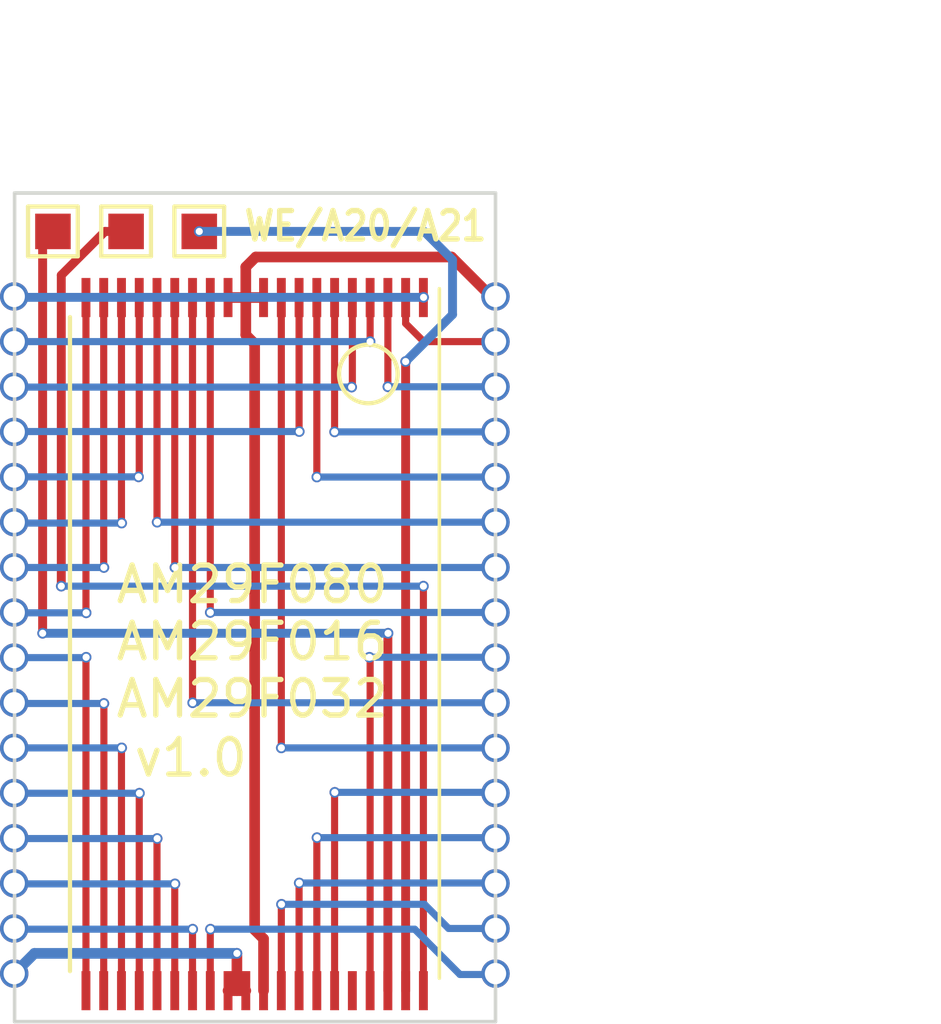
<source format=kicad_pcb>
(kicad_pcb (version 20211014) (generator pcbnew)
  (layers (0 "F.Cu" signal) (31 "B.Cu" signal) (34 "B.Paste" user) (35 "F.Paste" user) (36 "B.SilkS" user "B.Silkscreen") (37 "F.SilkS" user "F.Silkscreen") (38 "B.Mask" user) (39 "F.Mask" user) (44 "Edge.Cuts" user))
  (net 0 "")
  (net 1 "VCC")
  (net 2 "A18")
  (net 3 "A17")
  (net 4 "A14")
  (net 5 "A13")
  (net 6 "A8")
  (net 7 "A9")
  (net 8 "A11")
  (net 9 "/OE")
  (net 10 "A10")
  (net 11 "CE")
  (net 12 "D7")
  (net 13 "D6")
  (net 14 "D5")
  (net 15 "D4")
  (net 16 "D3")
  (net 17 "GND")
  (net 18 "D2")
  (net 19 "D1")
  (net 20 "D0")
  (net 21 "A0")
  (net 22 "A1")
  (net 23 "A2")
  (net 24 "A3")
  (net 25 "A4")
  (net 26 "A5")
  (net 27 "A6")
  (net 28 "A7")
  (net 29 "A12")
  (net 30 "A15")
  (net 31 "A16")
  (net 32 "A19")
  (net 33 "WE")
  (net 34 "A20")
  (net 35 "A21")
  (net 36 "RY")
  (footprint "Package_SO:TSOP-I-40_18.4x10mm_P0.5mm" (layer "F.Cu") (at 112.62 59.08 -90)
    (fp_text reference "REF**" hide)
    (fp_text value "TSOP-I-40_18.4x10mm_P0.5mm" hide)
    (fp_line (start -9.2 5.2) (end 9.2 5.2) (layer "F.SilkS") (width 0.12))
    (fp_line (start 9.4 -5.2) (end -10 -5.2) (layer "F.SilkS") (width 0.1))
    (fp_circle (center -7.6 -3.2) (end -6.8 -3) (layer "F.SilkS") (width 0.12) (fill none))
    (pad "1" smd rect (at -9.75 -4.75 270) (size 1.1 0.25) (layers "F.Cu" "F.Paste" "F.Mask") (net 32 "A19"))
    (pad "2" smd rect (at -9.75 -4.25 270) (size 1.1 0.25) (layers "F.Cu" "F.Paste" "F.Mask") (net 2 "A18"))
    (pad "3" smd rect (at -9.75 -3.75 270) (size 1.1 0.25) (layers "F.Cu" "F.Paste" "F.Mask") (net 3 "A17"))
    (pad "4" smd rect (at -9.75 -3.25 270) (size 1.1 0.25) (layers "F.Cu" "F.Paste" "F.Mask") (net 31 "A16"))
    (pad "5" smd rect (at -9.75 -2.75 270) (size 1.1 0.25) (layers "F.Cu" "F.Paste" "F.Mask") (net 30 "A15"))
    (pad "6" smd rect (at -9.75 -2.25 270) (size 1.1 0.25) (layers "F.Cu" "F.Paste" "F.Mask") (net 4 "A14"))
    (pad "7" smd rect (at -9.75 -1.75 270) (size 1.1 0.25) (layers "F.Cu" "F.Paste" "F.Mask") (net 5 "A13"))
    (pad "8" smd rect (at -9.75 -1.25 270) (size 1.1 0.25) (layers "F.Cu" "F.Paste" "F.Mask") (net 29 "A12"))
    (pad "9" smd rect (at -9.75 -0.75 270) (size 1.1 0.25) (layers "F.Cu" "F.Paste" "F.Mask") (net 11 "CE"))
    (pad "10" smd rect (at -9.75 -0.25 270) (size 1.1 0.25) (layers "F.Cu" "F.Paste" "F.Mask") (net 1 "VCC"))
    (pad "11" smd rect (at -9.75 0.25 270) (size 1.1 0.25) (layers "F.Cu" "F.Paste" "F.Mask") (net 1 "VCC"))
    (pad "12" smd rect (at -9.75 0.75 270) (size 1.1 0.25) (layers "F.Cu" "F.Paste" "F.Mask") (net 1 "VCC"))
    (pad "13" smd rect (at -9.75 1.25 270) (size 1.1 0.25) (layers "F.Cu" "F.Paste" "F.Mask") (net 8 "A11"))
    (pad "14" smd rect (at -9.75 1.75 270) (size 1.1 0.25) (layers "F.Cu" "F.Paste" "F.Mask") (net 10 "A10"))
    (pad "15" smd rect (at -9.75 2.25 270) (size 1.1 0.25) (layers "F.Cu" "F.Paste" "F.Mask") (net 7 "A9"))
    (pad "16" smd rect (at -9.75 2.75 270) (size 1.1 0.25) (layers "F.Cu" "F.Paste" "F.Mask") (net 6 "A8"))
    (pad "17" smd rect (at -9.75 3.25 270) (size 1.1 0.25) (layers "F.Cu" "F.Paste" "F.Mask") (net 28 "A7"))
    (pad "18" smd rect (at -9.75 3.75 270) (size 1.1 0.25) (layers "F.Cu" "F.Paste" "F.Mask") (net 27 "A6"))
    (pad "19" smd rect (at -9.75 4.25 270) (size 1.1 0.25) (layers "F.Cu" "F.Paste" "F.Mask") (net 26 "A5"))
    (pad "20" smd rect (at -9.75 4.75 270) (size 1.1 0.25) (layers "F.Cu" "F.Paste" "F.Mask") (net 25 "A4"))
    (pad "21" smd rect (at 9.75 4.75 270) (size 1.1 0.25) (layers "F.Cu" "F.Paste" "F.Mask") (net 24 "A3"))
    (pad "22" smd rect (at 9.75 4.25 270) (size 1.1 0.25) (layers "F.Cu" "F.Paste" "F.Mask") (net 23 "A2"))
    (pad "23" smd rect (at 9.75 3.75 270) (size 1.1 0.25) (layers "F.Cu" "F.Paste" "F.Mask") (net 22 "A1"))
    (pad "24" smd rect (at 9.75 3.25 270) (size 1.1 0.25) (layers "F.Cu" "F.Paste" "F.Mask") (net 21 "A0"))
    (pad "25" smd rect (at 9.75 2.75 270) (size 1.1 0.25) (layers "F.Cu" "F.Paste" "F.Mask") (net 20 "D0"))
    (pad "26" smd rect (at 9.75 2.25 270) (size 1.1 0.25) (layers "F.Cu" "F.Paste" "F.Mask") (net 19 "D1"))
    (pad "27" smd rect (at 9.75 1.75 270) (size 1.1 0.25) (layers "F.Cu" "F.Paste" "F.Mask") (net 18 "D2"))
    (pad "28" smd rect (at 9.75 1.25 270) (size 1.1 0.25) (layers "F.Cu" "F.Paste" "F.Mask") (net 16 "D3"))
    (pad "29" smd rect (at 9.75 0.75 270) (size 1.1 0.25) (layers "F.Cu" "F.Paste" "F.Mask") (net 17 "GND"))
    (pad "30" smd rect (at 9.75 0.25 270) (size 1.1 0.25) (layers "F.Cu" "F.Paste" "F.Mask") (net 17 "GND"))
    (pad "31" smd rect (at 9.75 -0.25 270) (size 1.1 0.25) (layers "F.Cu" "F.Paste" "F.Mask") (net 1 "VCC"))
    (pad "32" smd rect (at 9.75 -0.75 270) (size 1.1 0.25) (layers "F.Cu" "F.Paste" "F.Mask") (net 15 "D4"))
    (pad "33" smd rect (at 9.75 -1.25 270) (size 1.1 0.25) (layers "F.Cu" "F.Paste" "F.Mask") (net 14 "D5"))
    (pad "34" smd rect (at 9.75 -1.75 270) (size 1.1 0.25) (layers "F.Cu" "F.Paste" "F.Mask") (net 13 "D6"))
    (pad "35" smd rect (at 9.75 -2.25 270) (size 1.1 0.25) (layers "F.Cu" "F.Paste" "F.Mask") (net 12 "D7"))
    (pad "36" smd rect (at 9.75 -2.75 270) (size 1.1 0.25) (layers "F.Cu" "F.Paste" "F.Mask") (net 36 "RY"))
    (pad "37" smd rect (at 9.75 -3.25 270) (size 1.1 0.25) (layers "F.Cu" "F.Paste" "F.Mask") (net 9 "/OE"))
    (pad "38" smd rect (at 9.75 -3.75 270) (size 1.1 0.25) (layers "F.Cu" "F.Paste" "F.Mask") (net 33 "WE"))
    (pad "39" smd rect (at 9.75 -4.25 270) (size 1.1 0.25) (layers "F.Cu" "F.Paste" "F.Mask") (net 35 "A21"))
    (pad "40" smd rect (at 9.75 -4.75 270) (size 1.1 0.25) (layers "F.Cu" "F.Paste" "F.Mask") (net 34 "A20"))
  )
  (footprint "TestPoint:TestPoint_Pad_1.0x1.0mm" (layer "F.Cu") (at 106.94 47.47)
    (fp_text reference "REF**" hide)
    (fp_text value "TestPoint_Pad_1.0x1.0mm" hide)
    (fp_line (start -0.7 -0.7) (end 0.7 -0.7) (layer "F.SilkS") (width 0.12))
    (fp_line (start 0.7 -0.7) (end 0.7 0.7) (layer "F.SilkS") (width 0.12))
    (fp_line (start 0.7 0.7) (end -0.7 0.7) (layer "F.SilkS") (width 0.12))
    (fp_line (start -0.7 0.7) (end -0.7 -0.7) (layer "F.SilkS") (width 0.12))
    (pad "" smd rect (at 0 0) (size 1 1) (layers "F.Cu" "F.Mask") (net 33 "WE"))
  )
  (footprint "TestPoint:TestPoint_Pad_1.0x1.0mm" (layer "F.Cu") (at 111.06 47.47)
    (fp_text reference "REF**" hide)
    (fp_text value "TestPoint_Pad_1.0x1.0mm" hide)
    (fp_line (start -0.7 -0.7) (end 0.7 -0.7) (layer "F.SilkS") (width 0.12))
    (fp_line (start 0.7 0.7) (end -0.7 0.7) (layer "F.SilkS") (width 0.12))
    (fp_line (start 0.7 -0.7) (end 0.7 0.7) (layer "F.SilkS") (width 0.12))
    (fp_line (start -0.7 0.7) (end -0.7 -0.7) (layer "F.SilkS") (width 0.12))
    (pad "" smd rect (at 0 0) (size 1 1) (layers "F.Cu" "F.Mask") (net 35 "A21"))
  )
  (footprint "TestPoint:TestPoint_Pad_1.0x1.0mm" (layer "F.Cu") (at 109 47.47)
    (fp_text reference "REF**" hide)
    (fp_text value "TestPoint_Pad_1.0x1.0mm" hide)
    (fp_line (start 0.7 -0.7) (end 0.7 0.7) (layer "F.SilkS") (width 0.12))
    (fp_line (start -0.7 0.7) (end -0.7 -0.7) (layer "F.SilkS") (width 0.12))
    (fp_line (start 0.7 0.7) (end -0.7 0.7) (layer "F.SilkS") (width 0.12))
    (fp_line (start -0.7 -0.7) (end 0.7 -0.7) (layer "F.SilkS") (width 0.12))
    (pad "" smd rect (at 0 0) (size 1 1) (layers "F.Cu" "F.Mask") (net 34 "A20"))
  )
  (gr_line (start 105.86 46.39) (end 105.86 69.7) (layer "Edge.Cuts") (width 0.1))
  (gr_line (start 119.4 46.39) (end 119.4 69.7) (layer "Edge.Cuts") (width 0.1))
  (gr_line (start 105.86 69.7) (end 119.4 69.7) (layer "Edge.Cuts") (width 0.1))
  (gr_line (start 105.86 46.39) (end 119.4 46.39) (layer "Edge.Cuts") (width 0.1))
  (gr_text "AM29F080\nAM29F016\nAM29F032" (at 112.55 59.01) (layer "F.SilkS") (effects (font (size 1 1))))
  (gr_text "v1.0" (at 110.82 62.28) (layer "F.SilkS") (effects (font (size 1 1))))
  (gr_text "WE/A20/A21" (at 115.74 47.32) (layer "F.SilkS") (effects (font (size 0.8 0.7))))
  (segment (start 118.165 48.19) (end 112.65 48.19) (width 0.3) (layer "F.Cu") (net 1))
  (segment (start 112.61952 50.63048) (end 112.61952 67.11952) (width 0.3) (layer "F.Cu") (net 1))
  (segment (start 112.87 67.37) (end 112.87 68.83) (width 0.3) (layer "F.Cu") (net 1))
  (segment (start 112.61952 67.11952) (end 112.87 67.37) (width 0.3) (layer "F.Cu") (net 1))
  (segment (start 111.87 49.33) (end 112.87 49.33) (width 0.3) (layer "F.Cu") (net 1))
  (segment (start 112.37 49.33) (end 112.37 50.38096) (width 0.3) (layer "F.Cu") (net 1))
  (segment (start 112.65 48.19) (end 112.37 48.47) (width 0.3) (layer "F.Cu") (net 1))
  (segment (start 112.37 50.38096) (end 112.61952 50.63048) (width 0.3) (layer "F.Cu") (net 1))
  (segment (start 112.37 48.47) (end 112.37 49.33) (width 0.3) (layer "F.Cu") (net 1))
  (segment (start 119.24998 49.3) (end 119.24998 49.27498) (width 0.3) (layer "F.Cu") (net 1))
  (segment (start 119.24998 49.27498) (end 118.165 48.19) (width 0.3) (layer "F.Cu") (net 1))
  (via (at 119.4 49.3) (size 0.8) (drill 0.6) (layers "F.Cu" "B.Cu") (net 1))
  (segment (start 116.87 49.33) (end 116.87 50.06) (width 0.2) (layer "F.Cu") (net 2))
  (segment (start 117.38 50.57) (end 119.29998 50.57) (width 0.2) (layer "F.Cu") (net 2))
  (segment (start 116.87 50.06) (end 117.38 50.57) (width 0.2) (layer "F.Cu") (net 2))
  (via (at 119.4 50.57) (size 0.8) (drill 0.6) (layers "F.Cu" "B.Cu") (net 2))
  (segment (start 116.37 49.33) (end 116.37 51.84) (width 0.2) (layer "F.Cu") (net 3))
  (via (at 116.37 51.84) (size 0.3) (drill 0.2) (layers "F.Cu" "B.Cu") (net 3))
  (via (at 119.4 51.84) (size 0.8) (drill 0.6) (layers "F.Cu" "B.Cu") (net 3))
  (segment (start 116.37 51.84) (end 119.29998 51.84) (width 0.2) (layer "B.Cu") (net 3))
  (segment (start 114.87 49.33) (end 114.87 53.11) (width 0.2) (layer "F.Cu") (net 4))
  (via (at 114.87 53.11) (size 0.3) (drill 0.2) (layers "F.Cu" "B.Cu") (net 4))
  (via (at 119.4 53.11) (size 0.8) (drill 0.6) (layers "F.Cu" "B.Cu") (net 4))
  (segment (start 114.87 53.11) (end 119.29998 53.11) (width 0.2) (layer "B.Cu") (net 4))
  (segment (start 114.37 49.33) (end 114.37 54.38) (width 0.2) (layer "F.Cu") (net 5))
  (via (at 114.37 54.38) (size 0.3) (drill 0.2) (layers "F.Cu" "B.Cu") (net 5))
  (via (at 119.4 54.38) (size 0.8) (drill 0.6) (layers "F.Cu" "B.Cu") (net 5))
  (segment (start 114.37 54.38) (end 119.29998 54.38) (width 0.2) (layer "B.Cu") (net 5))
  (segment (start 109.87 55.645) (end 109.875 55.65) (width 0.2) (layer "F.Cu") (net 6))
  (segment (start 109.87 49.33) (end 109.87 55.645) (width 0.2) (layer "F.Cu") (net 6))
  (via (at 109.875 55.65) (size 0.3) (drill 0.2) (layers "F.Cu" "B.Cu") (net 6))
  (via (at 119.4 55.65) (size 0.8) (drill 0.6) (layers "F.Cu" "B.Cu") (net 6))
  (segment (start 109.875 55.65) (end 119.29998 55.65) (width 0.2) (layer "B.Cu") (net 6))
  (segment (start 110.37 56.92) (end 110.375 56.925) (width 0.2) (layer "F.Cu") (net 7))
  (segment (start 110.37 49.33) (end 110.37 56.92) (width 0.2) (layer "F.Cu") (net 7))
  (via (at 110.375 56.925) (size 0.3) (drill 0.2) (layers "F.Cu" "B.Cu") (net 7))
  (via (at 119.4 56.92) (size 0.8) (drill 0.6) (layers "F.Cu" "B.Cu") (net 7))
  (segment (start 119.29998 56.925) (end 119.29998 56.92) (width 0.2) (layer "B.Cu") (net 7))
  (segment (start 110.375 56.925) (end 119.29998 56.925) (width 0.2) (layer "B.Cu") (net 7))
  (segment (start 111.37 49.33) (end 111.37 58.19) (width 0.2) (layer "F.Cu") (net 8))
  (via (at 111.37 58.19) (size 0.3) (drill 0.2) (layers "F.Cu" "B.Cu") (net 8))
  (via (at 119.4 58.19) (size 0.8) (drill 0.6) (layers "F.Cu" "B.Cu") (net 8))
  (segment (start 111.37 58.19) (end 119.29998 58.19) (width 0.2) (layer "B.Cu") (net 8))
  (segment (start 115.87 59.47) (end 115.85 59.45) (width 0.2) (layer "F.Cu") (net 9))
  (segment (start 115.87 68.83) (end 115.87 59.47) (width 0.2) (layer "F.Cu") (net 9))
  (via (at 115.85 59.45) (size 0.3) (drill 0.2) (layers "F.Cu" "B.Cu") (net 9))
  (via (at 119.4 59.46) (size 0.8) (drill 0.6) (layers "F.Cu" "B.Cu") (net 9))
  (segment (start 115.85 59.45) (end 119.29998 59.45) (width 0.2) (layer "B.Cu") (net 9))
  (segment (start 119.29998 59.45) (end 119.29998 59.46) (width 0.2) (layer "B.Cu") (net 9))
  (segment (start 110.87 60.725) (end 110.875 60.73) (width 0.2) (layer "F.Cu") (net 10))
  (segment (start 110.87 49.33) (end 110.87 60.725) (width 0.2) (layer "F.Cu") (net 10))
  (via (at 119.4 60.73) (size 0.8) (drill 0.6) (layers "F.Cu" "B.Cu") (net 10))
  (via (at 110.875 60.73) (size 0.3) (drill 0.2) (layers "F.Cu" "B.Cu") (net 10))
  (segment (start 110.875 60.73) (end 119.29998 60.73) (width 0.2) (layer "B.Cu") (net 10))
  (segment (start 113.37 49.33) (end 113.37 62) (width 0.2) (layer "F.Cu") (net 11))
  (via (at 119.4 62) (size 0.8) (drill 0.6) (layers "F.Cu" "B.Cu") (net 11))
  (via (at 113.37 62) (size 0.3) (drill 0.2) (layers "F.Cu" "B.Cu") (net 11))
  (segment (start 113.37 62) (end 119.29998 62) (width 0.2) (layer "B.Cu") (net 11))
  (segment (start 114.87 68.83) (end 114.87 63.255) (width 0.2) (layer "F.Cu") (net 12))
  (segment (start 114.87 63.255) (end 114.875 63.25) (width 0.2) (layer "F.Cu") (net 12))
  (via (at 114.875 63.25) (size 0.3) (drill 0.2) (layers "F.Cu" "B.Cu") (net 12))
  (via (at 119.4 63.27) (size 0.8) (drill 0.6) (layers "F.Cu" "B.Cu") (net 12))
  (segment (start 119.29998 63.25) (end 119.29998 63.27) (width 0.2) (layer "B.Cu") (net 12))
  (segment (start 114.875 63.25) (end 119.29998 63.25) (width 0.2) (layer "B.Cu") (net 12))
  (segment (start 114.37 68.83) (end 114.37 64.53) (width 0.2) (layer "F.Cu") (net 13))
  (segment (start 114.37 64.53) (end 114.375 64.525) (width 0.2) (layer "F.Cu") (net 13))
  (via (at 114.375 64.525) (size 0.3) (drill 0.2) (layers "F.Cu" "B.Cu") (net 13))
  (via (at 119.4 64.54) (size 0.8) (drill 0.6) (layers "F.Cu" "B.Cu") (net 13))
  (segment (start 114.375 64.525) (end 119.29998 64.525) (width 0.2) (layer "B.Cu") (net 13))
  (segment (start 119.29998 64.525) (end 119.29998 64.54) (width 0.2) (layer "B.Cu") (net 13))
  (segment (start 113.87 65.805) (end 113.875 65.8) (width 0.2) (layer "F.Cu") (net 14))
  (segment (start 113.87 68.83) (end 113.87 65.805) (width 0.2) (layer "F.Cu") (net 14))
  (via (at 113.875 65.8) (size 0.3) (drill 0.2) (layers "F.Cu" "B.Cu") (net 14))
  (via (at 119.4 65.81) (size 0.8) (drill 0.6) (layers "F.Cu" "B.Cu") (net 14))
  (segment (start 113.875 65.8) (end 119.29998 65.8) (width 0.2) (layer "B.Cu") (net 14))
  (segment (start 119.29998 65.8) (end 119.29998 65.81) (width 0.2) (layer "B.Cu") (net 14))
  (segment (start 113.37 68.83) (end 113.37 66.405) (width 0.2) (layer "F.Cu") (net 15))
  (segment (start 113.37 66.405) (end 113.375 66.4) (width 0.2) (layer "F.Cu") (net 15))
  (via (at 119.4 67.08) (size 0.8) (drill 0.6) (layers "F.Cu" "B.Cu") (net 15))
  (via (at 113.375 66.4) (size 0.3) (drill 0.2) (layers "F.Cu" "B.Cu") (net 15))
  (segment (start 117.4 66.4) (end 118.08 67.08) (width 0.2) (layer "B.Cu") (net 15))
  (segment (start 118.08 67.08) (end 119.29998 67.08) (width 0.2) (layer "B.Cu") (net 15))
  (segment (start 113.375 66.4) (end 117.4 66.4) (width 0.2) (layer "B.Cu") (net 15))
  (segment (start 111.37 67.105) (end 111.375 67.1) (width 0.2) (layer "F.Cu") (net 16))
  (segment (start 111.37 68.83) (end 111.37 67.105) (width 0.2) (layer "F.Cu") (net 16))
  (via (at 111.375 67.1) (size 0.3) (drill 0.2) (layers "F.Cu" "B.Cu") (net 16))
  (via (at 119.4 68.35) (size 0.8) (drill 0.6) (layers "F.Cu" "B.Cu") (net 16))
  (segment (start 111.375 67.1) (end 117.125 67.1) (width 0.2) (layer "B.Cu") (net 16))
  (segment (start 117.125 67.1) (end 118.4 68.375) (width 0.2) (layer "B.Cu") (net 16))
  (segment (start 119.29998 68.375) (end 119.29998 68.35) (width 0.2) (layer "B.Cu") (net 16))
  (segment (start 118.4 68.375) (end 119.29998 68.375) (width 0.2) (layer "B.Cu") (net 16))
  (segment (start 112.12 68.83) (end 112.12 67.78) (width 0.3) (layer "F.Cu") (net 17))
  (segment (start 111.87 68.83) (end 112.37 68.83) (width 0.3) (layer "F.Cu") (net 17))
  (via (at 112.12 67.78) (size 0.3) (drill 0.2) (layers "F.Cu" "B.Cu") (net 17))
  (via (at 105.85 68.35) (size 0.8) (drill 0.6) (layers "F.Cu" "B.Cu") (net 17))
  (segment (start 106.01002 68.18998) (end 106.01002 68.35) (width 0.3) (layer "B.Cu") (net 17))
  (segment (start 106.42 67.78) (end 106.01002 68.18998) (width 0.3) (layer "B.Cu") (net 17))
  (segment (start 112.12 67.78) (end 106.42 67.78) (width 0.3) (layer "B.Cu") (net 17))
  (segment (start 110.87 67.105) (end 110.875 67.1) (width 0.2) (layer "F.Cu") (net 18))
  (segment (start 110.87 68.83) (end 110.87 67.105) (width 0.2) (layer "F.Cu") (net 18))
  (via (at 105.85 67.08) (size 0.8) (drill 0.6) (layers "F.Cu" "B.Cu") (net 18))
  (via (at 110.875 67.1) (size 0.3) (drill 0.2) (layers "F.Cu" "B.Cu") (net 18))
  (segment (start 110.875 67.1) (end 105.96002 67.1) (width 0.2) (layer "B.Cu") (net 18))
  (segment (start 105.96002 67.1) (end 105.96002 67.08) (width 0.2) (layer "B.Cu") (net 18))
  (segment (start 110.37 65.83) (end 110.375 65.825) (width 0.2) (layer "F.Cu") (net 19))
  (segment (start 110.37 68.83) (end 110.37 65.83) (width 0.2) (layer "F.Cu") (net 19))
  (via (at 110.375 65.825) (size 0.3) (drill 0.2) (layers "F.Cu" "B.Cu") (net 19))
  (via (at 105.85 65.81) (size 0.8) (drill 0.6) (layers "F.Cu" "B.Cu") (net 19))
  (segment (start 110.375 65.825) (end 105.96002 65.825) (width 0.2) (layer "B.Cu") (net 19))
  (segment (start 105.96002 65.825) (end 105.96002 65.81) (width 0.2) (layer "B.Cu") (net 19))
  (segment (start 109.87 68.83) (end 109.87 64.555) (width 0.2) (layer "F.Cu") (net 20))
  (segment (start 109.87 64.555) (end 109.875 64.55) (width 0.2) (layer "F.Cu") (net 20))
  (via (at 105.85 64.54) (size 0.8) (drill 0.6) (layers "F.Cu" "B.Cu") (net 20))
  (via (at 109.875 64.55) (size 0.3) (drill 0.2) (layers "F.Cu" "B.Cu") (net 20))
  (segment (start 105.96002 64.55) (end 105.96002 64.54) (width 0.2) (layer "B.Cu") (net 20))
  (segment (start 109.875 64.55) (end 105.96002 64.55) (width 0.2) (layer "B.Cu") (net 20))
  (segment (start 109.37 63.28) (end 109.375 63.275) (width 0.2) (layer "F.Cu") (net 21))
  (segment (start 109.37 68.83) (end 109.37 63.28) (width 0.2) (layer "F.Cu") (net 21))
  (via (at 105.85 63.27) (size 0.8) (drill 0.6) (layers "F.Cu" "B.Cu") (net 21))
  (via (at 109.375 63.275) (size 0.3) (drill 0.2) (layers "F.Cu" "B.Cu") (net 21))
  (segment (start 109.375 63.275) (end 105.96002 63.275) (width 0.2) (layer "B.Cu") (net 21))
  (segment (start 105.96002 63.275) (end 105.96002 63.27) (width 0.2) (layer "B.Cu") (net 21))
  (segment (start 108.87 62.005) (end 108.875 62) (width 0.2) (layer "F.Cu") (net 22))
  (segment (start 108.87 68.83) (end 108.87 62.005) (width 0.2) (layer "F.Cu") (net 22))
  (via (at 108.875 62) (size 0.3) (drill 0.2) (layers "F.Cu" "B.Cu") (net 22))
  (via (at 105.85 62) (size 0.8) (drill 0.6) (layers "F.Cu" "B.Cu") (net 22))
  (segment (start 108.875 62) (end 105.96002 62) (width 0.2) (layer "B.Cu") (net 22))
  (segment (start 108.37 67.805) (end 108.37 68.83) (width 0.2) (layer "F.Cu") (net 23))
  (segment (start 108.375 67.8) (end 108.37 67.805) (width 0.2) (layer "F.Cu") (net 23))
  (segment (start 108.375 60.75) (end 108.375 67.8) (width 0.2) (layer "F.Cu") (net 23))
  (via (at 105.85 60.73) (size 0.8) (drill 0.6) (layers "F.Cu" "B.Cu") (net 23))
  (via (at 108.375 60.75) (size 0.3) (drill 0.2) (layers "F.Cu" "B.Cu") (net 23))
  (segment (start 105.96002 60.75) (end 105.96002 60.73) (width 0.2) (layer "B.Cu") (net 23))
  (segment (start 108.375 60.75) (end 105.96002 60.75) (width 0.2) (layer "B.Cu") (net 23))
  (segment (start 107.87 68.83) (end 107.87 59.455) (width 0.2) (layer "F.Cu") (net 24))
  (segment (start 107.87 59.455) (end 107.875 59.45) (width 0.2) (layer "F.Cu") (net 24))
  (via (at 105.85 59.46) (size 0.8) (drill 0.6) (layers "F.Cu" "B.Cu") (net 24))
  (via (at 107.875 59.45) (size 0.3) (drill 0.2) (layers "F.Cu" "B.Cu") (net 24))
  (segment (start 107.875 59.45) (end 107.865 59.46) (width 0.2) (layer "B.Cu") (net 24))
  (segment (start 107.865 59.46) (end 105.96002 59.46) (width 0.2) (layer "B.Cu") (net 24))
  (segment (start 107.87 58.195) (end 107.875 58.2) (width 0.2) (layer "F.Cu") (net 25))
  (segment (start 107.87 49.33) (end 107.87 58.195) (width 0.2) (layer "F.Cu") (net 25))
  (via (at 107.875 58.2) (size 0.3) (drill 0.2) (layers "F.Cu" "B.Cu") (net 25))
  (via (at 105.85 58.19) (size 0.8) (drill 0.6) (layers "F.Cu" "B.Cu") (net 25))
  (segment (start 105.96002 58.2) (end 105.96002 58.19) (width 0.2) (layer "B.Cu") (net 25))
  (segment (start 107.875 58.2) (end 105.96002 58.2) (width 0.2) (layer "B.Cu") (net 25))
  (segment (start 108.37 56.92) (end 108.375 56.925) (width 0.2) (layer "F.Cu") (net 26))
  (segment (start 108.37 49.33) (end 108.37 56.92) (width 0.2) (layer "F.Cu") (net 26))
  (via (at 105.85 56.92) (size 0.8) (drill 0.6) (layers "F.Cu" "B.Cu") (net 26))
  (via (at 108.375 56.925) (size 0.3) (drill 0.2) (layers "F.Cu" "B.Cu") (net 26))
  (segment (start 108.375 56.925) (end 105.96002 56.925) (width 0.2) (layer "B.Cu") (net 26))
  (segment (start 105.96002 56.925) (end 105.96002 56.92) (width 0.2) (layer "B.Cu") (net 26))
  (segment (start 108.87 49.33) (end 108.87 55.67) (width 0.2) (layer "F.Cu") (net 27))
  (segment (start 108.87 55.67) (end 108.875 55.675) (width 0.2) (layer "F.Cu") (net 27))
  (via (at 105.85 55.65) (size 0.8) (drill 0.6) (layers "F.Cu" "B.Cu") (net 27))
  (via (at 108.875 55.675) (size 0.3) (drill 0.2) (layers "F.Cu" "B.Cu") (net 27))
  (segment (start 105.96002 55.675) (end 105.96002 55.65) (width 0.2) (layer "B.Cu") (net 27))
  (segment (start 108.875 55.675) (end 105.96002 55.675) (width 0.2) (layer "B.Cu") (net 27))
  (segment (start 109.37 54.355) (end 109.35 54.375) (width 0.2) (layer "F.Cu") (net 28))
  (segment (start 109.37 49.33) (end 109.37 54.355) (width 0.2) (layer "F.Cu") (net 28))
  (via (at 105.85 54.38) (size 0.8) (drill 0.6) (layers "F.Cu" "B.Cu") (net 28))
  (via (at 109.35 54.375) (size 0.3) (drill 0.2) (layers "F.Cu" "B.Cu") (net 28))
  (segment (start 109.35 54.375) (end 105.96002 54.375) (width 0.2) (layer "B.Cu") (net 28))
  (segment (start 105.96002 54.375) (end 105.96002 54.38) (width 0.2) (layer "B.Cu") (net 28))
  (segment (start 113.87 49.33) (end 113.87 53.095) (width 0.2) (layer "F.Cu") (net 29))
  (segment (start 113.87 53.095) (end 113.875 53.1) (width 0.2) (layer "F.Cu") (net 29))
  (via (at 105.85 53.11) (size 0.8) (drill 0.6) (layers "F.Cu" "B.Cu") (net 29))
  (via (at 113.875 53.1) (size 0.3) (drill 0.2) (layers "F.Cu" "B.Cu") (net 29))
  (segment (start 113.875 53.1) (end 105.96002 53.1) (width 0.2) (layer "B.Cu") (net 29))
  (segment (start 105.96002 53.1) (end 105.96002 53.11) (width 0.2) (layer "B.Cu") (net 29))
  (segment (start 115.35 51.85) (end 115.37 51.83) (width 0.2) (layer "F.Cu") (net 30))
  (segment (start 115.37 51.83) (end 115.37 49.33) (width 0.2) (layer "F.Cu") (net 30))
  (via (at 115.35 51.85) (size 0.3) (drill 0.2) (layers "F.Cu" "B.Cu") (net 30))
  (via (at 105.85 51.84) (size 0.8) (drill 0.6) (layers "F.Cu" "B.Cu") (net 30))
  (segment (start 106.075 51.85) (end 106.065 51.84) (width 0.2) (layer "B.Cu") (net 30))
  (segment (start 115.35 51.85) (end 106.075 51.85) (width 0.2) (layer "B.Cu") (net 30))
  (segment (start 106.065 51.84) (end 105.96002 51.84) (width 0.2) (layer "B.Cu") (net 30))
  (segment (start 115.87 49.33) (end 115.87 50.57) (width 0.2) (layer "F.Cu") (net 31))
  (via (at 105.85 50.57) (size 0.8) (drill 0.6) (layers "F.Cu" "B.Cu") (net 31))
  (via (at 115.87 50.57) (size 0.3) (drill 0.2) (layers "F.Cu" "B.Cu") (net 31))
  (segment (start 115.87 50.57) (end 105.96002 50.57) (width 0.2) (layer "B.Cu") (net 31))
  (via (at 117.375 49.325) (size 0.3) (drill 0.2) (layers "F.Cu" "B.Cu") (net 32))
  (via (at 105.85 49.3) (size 0.8) (drill 0.6) (layers "F.Cu" "B.Cu") (net 32))
  (segment (start 117.375 49.325) (end 105.98502 49.325) (width 0.25) (layer "B.Cu") (net 32))
  (segment (start 105.98502 49.325) (end 105.98502 49.3) (width 0.25) (layer "B.Cu") (net 32))
  (segment (start 116.37 58.78) (end 116.37 68.83) (width 0.25) (layer "F.Cu") (net 33))
  (segment (start 106.65 58.775) (end 106.65 47.76) (width 0.25) (layer "F.Cu") (net 33))
  (segment (start 116.375 58.775) (end 116.37 58.78) (width 0.25) (layer "F.Cu") (net 33))
  (via (at 106.65 58.775) (size 0.3) (drill 0.2) (layers "F.Cu" "B.Cu") (net 33))
  (via (at 116.375 58.775) (size 0.3) (drill 0.2) (layers "F.Cu" "B.Cu") (net 33))
  (segment (start 106.65 58.775) (end 116.375 58.775) (width 0.25) (layer "B.Cu") (net 33))
  (segment (start 107.175 57.45) (end 107.175 48.700978) (width 0.25) (layer "F.Cu") (net 34))
  (segment (start 108.405978 47.47) (end 109 47.47) (width 0.25) (layer "F.Cu") (net 34))
  (segment (start 107.175 48.700978) (end 108.405978 47.47) (width 0.25) (layer "F.Cu") (net 34))
  (segment (start 117.37 68.83) (end 117.37 57.45) (width 0.2) (layer "F.Cu") (net 34))
  (via (at 117.37 57.45) (size 0.3) (drill 0.2) (layers "F.Cu" "B.Cu") (net 34))
  (via (at 107.175 57.45) (size 0.3) (drill 0.2) (layers "F.Cu" "B.Cu") (net 34))
  (segment (start 117.37 57.45) (end 107.175 57.45) (width 0.2) (layer "B.Cu") (net 34))
  (segment (start 116.87 51.13) (end 116.87 68.83) (width 0.25) (layer "F.Cu") (net 35))
  (via (at 111.06 47.47) (size 0.3) (drill 0.2) (layers "F.Cu" "B.Cu") (net 35))
  (via (at 116.87 51.13) (size 0.3) (drill 0.2) (layers "F.Cu" "B.Cu") (net 35))
  (segment (start 118.19 49.81) (end 118.19 48.27) (width 0.25) (layer "B.Cu") (net 35))
  (segment (start 116.87 51.13) (end 118.19 49.81) (width 0.25) (layer "B.Cu") (net 35))
  (segment (start 117.39 47.47) (end 111.06 47.47) (width 0.25) (layer "B.Cu") (net 35))
  (segment (start 118.19 48.27) (end 117.39 47.47) (width 0.25) (layer "B.Cu") (net 35))
)
</source>
